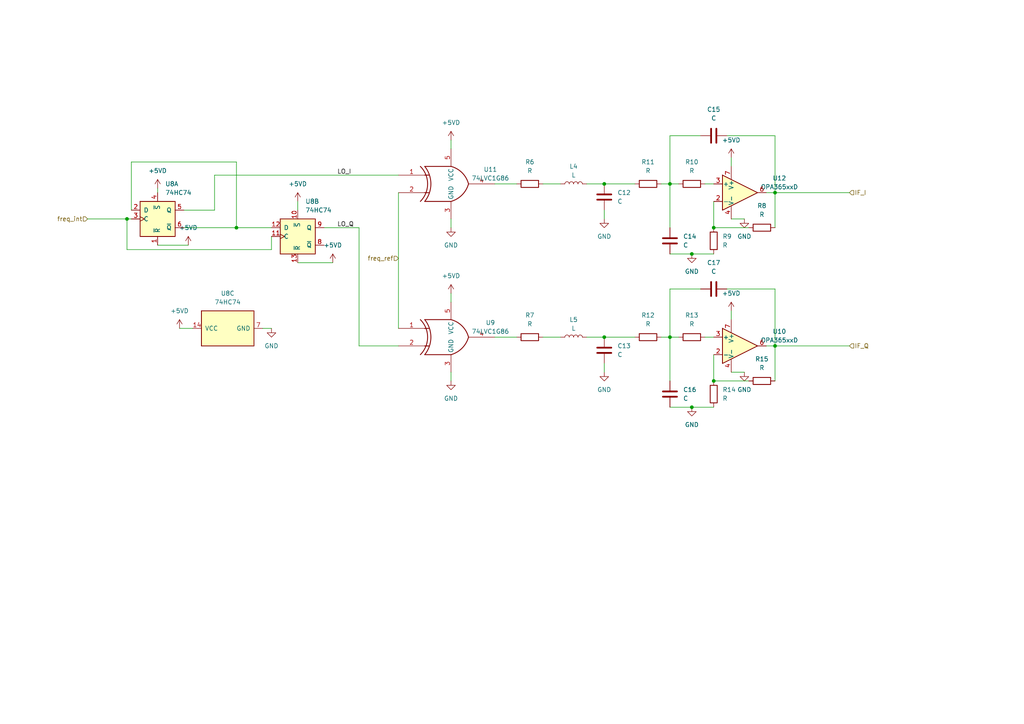
<source format=kicad_sch>
(kicad_sch (version 20230121) (generator eeschema)
  (paper "A4")
  (lib_symbols
    (symbol "74xGxx:74LVC1G86"
      (property "Reference" "U" (at -5.08 7.62 0))
      (property "Value" "74LVC1G86" (at 7.62 -7.62 0))
      (symbol "74LVC1G86_0_1"
        (arc (start -8.89 -5.08) (mid -6.7858 0) (end -8.89 5.08) (stroke (width 0.254)))
        (arc (start -7.62 -5.08) (mid -5.838 0) (end -7.62 5.08) (stroke (width 0.254)))
        (arc (start 0 -5.08) (mid 3.1986 -3.2054) (end 5.08 0) (stroke (width 0.254)))
        (polyline (pts (xy -7.62 -2.54) (xy -6.35 -2.54)) (stroke (width 0.254)) (fill (type background)))
        (polyline (pts (xy -7.62 2.54) (xy -6.35 2.54)) (stroke (width 0.254)) (fill (type background)))
        (polyline (pts (xy 0 -5.08) (xy -7.62 -5.08)) (stroke (width 0.254)) (fill (type background)))
        (polyline (pts (xy 0 5.08) (xy -7.62 5.08)) (stroke (width 0.254)) (fill (type background)))
        (arc (start 5.08 0) (mid 3.2238 3.2304) (end 0 5.08) (stroke (width 0.254)))
      )
      (symbol "74LVC1G86_1_1"
        (pin input line (at -15.24 2.54 0) (length 7.62) (name "~") (number "1"))
        (pin input line (at -15.24 -2.54 0) (length 7.62) (name "~") (number "2"))
        (pin power_in line (at 0 -10.16 90) (length 5.08) (name "GND") (number "3"))
        (pin output line (at 12.7 0 180) (length 7.62) (name "~") (number "4"))
        (pin power_in line (at 0 10.16 270) (length 5.08) (name "VCC") (number "5"))
      )
    )
    (symbol "74xx:74HC74" (pin_names (offset 1.016))
      (property "Reference" "U" (at -7.62 8.89 0))
      (property "Value" "74HC74" (at -7.62 -8.89 0))
      (symbol "74HC74_1_0"
        (pin input line (at 0 -7.62 90) (length 2.54) (name "~{R}") (number "1"))
        (pin input line (at -7.62 2.54 0) (length 2.54) (name "D") (number "2"))
        (pin input clock (at -7.62 0 0) (length 2.54) (name "C") (number "3"))
        (pin input line (at 0 7.62 270) (length 2.54) (name "~{S}") (number "4"))
        (pin output line (at 7.62 2.54 180) (length 2.54) (name "Q") (number "5"))
        (pin output line (at 7.62 -2.54 180) (length 2.54) (name "~{Q}") (number "6"))
      )
      (symbol "74HC74_1_1"
        (rectangle (start -5.08 5.08) (end 5.08 -5.08) (stroke (width 0.254)) (fill (type background)))
      )
      (symbol "74HC74_2_0"
        (pin input line (at 0 7.62 270) (length 2.54) (name "~{S}") (number "10"))
        (pin input clock (at -7.62 0 0) (length 2.54) (name "C") (number "11"))
        (pin input line (at -7.62 2.54 0) (length 2.54) (name "D") (number "12"))
        (pin input line (at 0 -7.62 90) (length 2.54) (name "~{R}") (number "13"))
        (pin output line (at 7.62 -2.54 180) (length 2.54) (name "~{Q}") (number "8"))
        (pin output line (at 7.62 2.54 180) (length 2.54) (name "Q") (number "9"))
      )
      (symbol "74HC74_2_1"
        (rectangle (start -5.08 5.08) (end 5.08 -5.08) (stroke (width 0.254)) (fill (type background)))
      )
      (symbol "74HC74_3_0"
        (pin power_in line (at 0 10.16 270) (length 2.54) (name "VCC") (number "14"))
        (pin power_in line (at 0 -10.16 90) (length 2.54) (name "GND") (number "7"))
      )
      (symbol "74HC74_3_1"
        (rectangle (start -5.08 7.62) (end 5.08 -7.62) (stroke (width 0.254)) (fill (type background)))
      )
    )
    (symbol "Amplifier_Operational:OPA365xxD" (pin_names (offset 0.127))
      (property "Reference" "U" (at 0 6.35 0))
      (property "Value" "OPA365xxD" (at 0 3.81 0))
      (symbol "OPA365xxD_0_1"
        (polyline (pts (xy -5.08 5.08) (xy 5.08 0) (xy -5.08 -5.08) (xy -5.08 5.08)) (stroke (width 0.254)) (fill (type background)))
      )
      (symbol "OPA365xxD_1_1"
        (pin no_connect line (at -2.54 2.54 270) (length 2.54) hide (name "NC") (number "1"))
        (pin input line (at -7.62 -2.54 0) (length 2.54) (name "-") (number "2"))
        (pin input line (at -7.62 2.54 0) (length 2.54) (name "+") (number "3"))
        (pin power_in line (at -2.54 -7.62 90) (length 3.81) (name "V-") (number "4"))
        (pin no_connect line (at 0 2.54 270) (length 2.54) hide (name "NC") (number "5"))
        (pin output line (at 7.62 0 180) (length 2.54) (name "~") (number "6"))
        (pin power_in line (at -2.54 7.62 270) (length 3.81) (name "V+") (number "7"))
        (pin no_connect line (at 0 -2.54 90) (length 2.54) hide (name "NC") (number "8"))
      )
    )
    (symbol "Device:C" (pin_numbers hide) (pin_names (offset 0.254))
      (property "Reference" "C" (at 0.635 2.54 0))
      (property "Value" "C" (at 0.635 -2.54 0))
      (symbol "C_0_1"
        (polyline (pts (xy -2.032 -0.762) (xy 2.032 -0.762)) (stroke (width 0.508)))
        (polyline (pts (xy -2.032 0.762) (xy 2.032 0.762)) (stroke (width 0.508)))
      )
      (symbol "C_1_1"
        (pin passive line (at 0 3.81 270) (length 2.794) (name "~") (number "1"))
        (pin passive line (at 0 -3.81 90) (length 2.794) (name "~") (number "2"))
      )
    )
    (symbol "Device:L" (pin_numbers hide) (pin_names (offset 1.016) hide)
      (property "Reference" "L" (at -1.27 0 90))
      (property "Value" "L" (at 1.905 0 90))
      (symbol "L_0_1"
        (arc (start 0 -2.54) (mid 0.6323 -1.905) (end 0 -1.27))
        (arc (start 0 -1.27) (mid 0.6323 -0.635) (end 0 0))
        (arc (start 0 0) (mid 0.6323 0.635) (end 0 1.27))
        (arc (start 0 1.27) (mid 0.6323 1.905) (end 0 2.54))
      )
      (symbol "L_1_1"
        (pin passive line (at 0 3.81 270) (length 1.27) (name "1") (number "1"))
        (pin passive line (at 0 -3.81 90) (length 1.27) (name "2") (number "2"))
      )
    )
    (symbol "Device:R" (pin_numbers hide) (pin_names (offset 0))
      (property "Reference" "R" (at 2.032 0 90))
      (property "Value" "R" (at 0 0 90))
      (symbol "R_0_1"
        (rectangle (start -1.016 -2.54) (end 1.016 2.54) (stroke (width 0.254)))
      )
      (symbol "R_1_1"
        (pin passive line (at 0 3.81 270) (length 1.27) (name "~") (number "1"))
        (pin passive line (at 0 -3.81 90) (length 1.27) (name "~") (number "2"))
      )
    )
    (symbol "power:+5VD" (power) (pin_names (offset 0))
      (property "Value" "+5VD" (at 0 3.556 0))
      (symbol "+5VD_0_1"
        (polyline (pts (xy -0.762 1.27) (xy 0 2.54)))
        (polyline (pts (xy 0 0) (xy 0 2.54)))
        (polyline (pts (xy 0 2.54) (xy 0.762 1.27)))
      )
      (symbol "+5VD_1_1"
        (pin power_in line (at 0 0 90) (length 0) hide (name "+5VD") (number "1"))
      )
    )
    (symbol "power:GND" (power) (pin_names (offset 0))
      (property "Value" "GND" (at 0 -3.81 0))
      (symbol "GND_0_1"
        (polyline (pts (xy 0 0) (xy 0 -1.27) (xy 1.27 -1.27) (xy 0 -2.54) (xy -1.27 -1.27) (xy 0 -1.27)))
      )
      (symbol "GND_1_1"
        (pin power_in line (at 0 0 270) (length 0) hide (name "GND") (number "1"))
      )
    )
  )
  (junction (at 36.83 63.5))
  (junction (at 68.58 66.04))
  (junction (at 224.79 55.88))
  (junction (at 207.01 66.04))
  (junction (at 207.01 110.49))
  (junction (at 175.26 97.79))
  (junction (at 194.31 53.34))
  (junction (at 224.79 100.33))
  (junction (at 194.31 97.79))
  (junction (at 200.66 118.11))
  (junction (at 200.66 73.66))
  (junction (at 175.26 53.34))
  (wire (pts (xy 194.31 53.34) (xy 196.85 53.34)))
  (wire (pts (xy 204.47 53.34) (xy 207.01 53.34)))
  (wire (pts (xy 38.1 46.99) (xy 38.1 60.96)))
  (wire (pts (xy 212.09 63.5) (xy 215.9 63.5)))
  (wire (pts (xy 45.72 54.61) (xy 45.72 55.88)))
  (wire (pts (xy 224.79 110.49) (xy 224.79 100.33)))
  (wire (pts (xy 115.57 55.88) (xy 115.57 95.25)))
  (wire (pts (xy 203.2 83.82) (xy 194.31 83.82)))
  (wire (pts (xy 191.77 53.34) (xy 194.31 53.34)))
  (wire (pts (xy 53.34 66.04) (xy 68.58 66.04)))
  (wire (pts (xy 157.48 53.34) (xy 162.56 53.34)))
  (wire (pts (xy 194.31 118.11) (xy 200.66 118.11)))
  (wire (pts (xy 45.72 71.12) (xy 54.61 71.12)))
  (wire (pts (xy 36.83 63.5) (xy 36.83 72.39)))
  (wire (pts (xy 68.58 46.99) (xy 38.1 46.99)))
  (wire (pts (xy 52.07 95.25) (xy 55.88 95.25)))
  (wire (pts (xy 207.01 66.04) (xy 217.17 66.04)))
  (wire (pts (xy 130.81 63.5) (xy 130.81 66.04)))
  (wire (pts (xy 224.79 55.88) (xy 224.79 39.37)))
  (wire (pts (xy 157.48 97.79) (xy 162.56 97.79)))
  (wire (pts (xy 191.77 97.79) (xy 194.31 97.79)))
  (wire (pts (xy 200.66 118.11) (xy 207.01 118.11)))
  (wire (pts (xy 175.26 53.34) (xy 184.15 53.34)))
  (wire (pts (xy 212.09 45.72) (xy 212.09 48.26)))
  (wire (pts (xy 194.31 53.34) (xy 194.31 66.04)))
  (wire (pts (xy 78.74 72.39) (xy 78.74 68.58)))
  (wire (pts (xy 36.83 63.5) (xy 38.1 63.5)))
  (wire (pts (xy 62.23 50.8) (xy 115.57 50.8)))
  (wire (pts (xy 224.79 100.33) (xy 222.25 100.33)))
  (wire (pts (xy 224.79 100.33) (xy 246.38 100.33)))
  (wire (pts (xy 200.66 73.66) (xy 207.01 73.66)))
  (wire (pts (xy 224.79 83.82) (xy 210.82 83.82)))
  (wire (pts (xy 224.79 100.33) (xy 224.79 83.82)))
  (wire (pts (xy 170.18 97.79) (xy 175.26 97.79)))
  (wire (pts (xy 207.01 102.87) (xy 207.01 110.49)))
  (wire (pts (xy 93.98 66.04) (xy 104.14 66.04)))
  (wire (pts (xy 224.79 55.88) (xy 222.25 55.88)))
  (wire (pts (xy 224.79 55.88) (xy 246.38 55.88)))
  (wire (pts (xy 170.18 53.34) (xy 175.26 53.34)))
  (wire (pts (xy 25.4 63.5) (xy 36.83 63.5)))
  (wire (pts (xy 194.31 73.66) (xy 200.66 73.66)))
  (wire (pts (xy 104.14 100.33) (xy 115.57 100.33)))
  (wire (pts (xy 194.31 83.82) (xy 194.31 97.79)))
  (wire (pts (xy 194.31 97.79) (xy 194.31 110.49)))
  (wire (pts (xy 212.09 90.17) (xy 212.09 92.71)))
  (wire (pts (xy 86.36 58.42) (xy 86.36 60.96)))
  (wire (pts (xy 204.47 97.79) (xy 207.01 97.79)))
  (wire (pts (xy 36.83 72.39) (xy 78.74 72.39)))
  (wire (pts (xy 224.79 66.04) (xy 224.79 55.88)))
  (wire (pts (xy 194.31 39.37) (xy 194.31 53.34)))
  (wire (pts (xy 130.81 107.95) (xy 130.81 110.49)))
  (wire (pts (xy 130.81 40.64) (xy 130.81 43.18)))
  (wire (pts (xy 143.51 53.34) (xy 149.86 53.34)))
  (wire (pts (xy 53.34 60.96) (xy 62.23 60.96)))
  (wire (pts (xy 175.26 105.41) (xy 175.26 107.95)))
  (wire (pts (xy 104.14 66.04) (xy 104.14 100.33)))
  (wire (pts (xy 130.81 85.09) (xy 130.81 87.63)))
  (wire (pts (xy 62.23 60.96) (xy 62.23 50.8)))
  (wire (pts (xy 76.2 95.25) (xy 78.74 95.25)))
  (wire (pts (xy 207.01 110.49) (xy 217.17 110.49)))
  (wire (pts (xy 175.26 60.96) (xy 175.26 63.5)))
  (wire (pts (xy 212.09 107.95) (xy 215.9 107.95)))
  (wire (pts (xy 175.26 97.79) (xy 184.15 97.79)))
  (wire (pts (xy 194.31 97.79) (xy 196.85 97.79)))
  (wire (pts (xy 68.58 66.04) (xy 78.74 66.04)))
  (wire (pts (xy 224.79 39.37) (xy 210.82 39.37)))
  (wire (pts (xy 207.01 58.42) (xy 207.01 66.04)))
  (wire (pts (xy 86.36 76.2) (xy 96.52 76.2)))
  (wire (pts (xy 143.51 97.79) (xy 149.86 97.79)))
  (wire (pts (xy 203.2 39.37) (xy 194.31 39.37)))
  (wire (pts (xy 68.58 66.04) (xy 68.58 46.99)))
  (label "LO_Q" (at 97.79 66.04 0))
  (label "LO_I" (at 97.79 50.8 0))
  (hierarchical_label "freq_ref" (shape input) (at 115.57 74.93 180))
  (hierarchical_label "IF_Q" (shape input) (at 246.38 100.33 0))
  (hierarchical_label "freq_int" (shape input) (at 25.4 63.5 180))
  (hierarchical_label "IF_I" (shape input) (at 246.38 55.88 0))
  (symbol (lib_id "Device:R") (at 220.98 66.04 90) (unit 1)
    (property "Reference" "R8" (at 220.98 59.69 90))
    (property "Value" "R" (at 220.98 62.23 90))
  )
  (symbol (lib_id "Device:C") (at 194.31 69.85 0) (unit 1)
    (property "Reference" "C14" (at 198.12 68.58 0) (effects (justify left)))
    (property "Value" "C" (at 198.12 71.12 0) (effects (justify left)))
  )
  (symbol (lib_id "power:GND") (at 175.26 107.95 0) (unit 1)
    (property "Reference" "#PWR022" (effects hide))
    (property "Value" "GND" (at 175.26 113.03 0))
  )
  (symbol (lib_id "power:+5VD") (at 212.09 90.17 0) (unit 1)
    (property "Reference" "#PWR028" (effects hide))
    (property "Value" "+5VD" (at 212.09 85.09 0))
  )
  (symbol (lib_id "power:+5VD") (at 54.61 71.12 0) (unit 1)
    (property "Reference" "#PWR013" (effects hide))
    (property "Value" "+5VD" (at 54.61 66.04 0))
  )
  (symbol (lib_id "74xGxx:74LVC1G86") (at 130.81 53.34 0) (unit 1)
    (property "Reference" "U11" (at 142.24 49.1491 0))
    (property "Value" "74LVC1G86" (at 142.24 51.6891 0))
    (property "Datasheet" "http://www.ti.com/lit/sg/scyt129e/scyt129e.pdf" (effects hide))
  )
  (symbol (lib_id "74xx:74HC74") (at 86.36 68.58 0) (unit 2)
    (property "Reference" "U8" (at 88.5541 58.42 0) (effects (justify left)))
    (property "Value" "74HC74" (at 88.5541 60.96 0) (effects (justify left)))
    (property "Datasheet" "74xx/74hc_hct74.pdf" (effects hide))
  )
  (symbol (lib_id "power:+5VD") (at 52.07 95.25 0) (unit 1)
    (property "Reference" "#PWR016" (effects hide))
    (property "Value" "+5VD" (at 52.07 90.17 0))
  )
  (symbol (lib_id "74xx:74HC74") (at 66.04 95.25 90) (unit 3)
    (property "Reference" "U8" (at 66.04 85.09 90))
    (property "Value" "74HC74" (at 66.04 87.63 90))
    (property "Datasheet" "74xx/74hc_hct74.pdf" (effects hide))
  )
  (symbol (lib_id "Device:R") (at 200.66 53.34 90) (unit 1)
    (property "Reference" "R10" (at 200.66 46.99 90))
    (property "Value" "R" (at 200.66 49.53 90))
  )
  (symbol (lib_id "74xGxx:74LVC1G86") (at 130.81 97.79 0) (unit 1)
    (property "Reference" "U9" (at 142.24 93.5991 0))
    (property "Value" "74LVC1G86" (at 142.24 96.1391 0))
    (property "Datasheet" "http://www.ti.com/lit/sg/scyt129e/scyt129e.pdf" (effects hide))
  )
  (symbol (lib_id "Device:R") (at 153.67 53.34 90) (unit 1)
    (property "Reference" "R6" (at 153.67 46.99 90))
    (property "Value" "R" (at 153.67 49.53 90))
  )
  (symbol (lib_id "power:GND") (at 200.66 73.66 0) (unit 1)
    (property "Reference" "#PWR024" (effects hide))
    (property "Value" "GND" (at 200.66 78.74 0))
  )
  (symbol (lib_id "74xx:74HC74") (at 45.72 63.5 0) (unit 1)
    (property "Reference" "U8" (at 47.9141 53.34 0) (effects (justify left)))
    (property "Value" "74HC74" (at 47.9141 55.88 0) (effects (justify left)))
    (property "Datasheet" "74xx/74hc_hct74.pdf" (effects hide))
  )
  (symbol (lib_id "power:GND") (at 215.9 107.95 0) (unit 1)
    (property "Reference" "#PWR029" (effects hide))
    (property "Value" "GND" (at 215.9 113.03 0))
  )
  (symbol (lib_id "Amplifier_Operational:OPA365xxD") (at 214.63 100.33 0) (unit 1)
    (property "Reference" "U10" (at 226.06 96.1391 0))
    (property "Value" "OPA365xxD" (at 226.06 98.6791 0))
    (property "Footprint" "Package_SO:SOIC-8_3.9x4.9mm_P1.27mm" (effects hide))
    (property "Datasheet" "http://www.ti.com/lit/ds/symlink/opa365.pdf" (effects hide))
  )
  (symbol (lib_id "power:GND") (at 130.81 110.49 0) (unit 1)
    (property "Reference" "#PWR021" (effects hide))
    (property "Value" "GND" (at 130.81 115.57 0))
  )
  (symbol (lib_id "Device:L") (at 166.37 97.79 90) (unit 1)
    (property "Reference" "L5" (at 166.37 92.71 90))
    (property "Value" "L" (at 166.37 95.25 90))
  )
  (symbol (lib_id "power:+5VD") (at 96.52 76.2 0) (unit 1)
    (property "Reference" "#PWR015" (effects hide))
    (property "Value" "+5VD" (at 96.52 71.12 0))
  )
  (symbol (lib_id "power:+5VD") (at 130.81 85.09 0) (unit 1)
    (property "Reference" "#PWR020" (effects hide))
    (property "Value" "+5VD" (at 130.81 80.01 0))
  )
  (symbol (lib_id "Device:R") (at 153.67 97.79 90) (unit 1)
    (property "Reference" "R7" (at 153.67 91.44 90))
    (property "Value" "R" (at 153.67 93.98 90))
  )
  (symbol (lib_id "Device:C") (at 175.26 101.6 0) (unit 1)
    (property "Reference" "C13" (at 179.07 100.33 0) (effects (justify left)))
    (property "Value" "C" (at 179.07 102.87 0) (effects (justify left)))
  )
  (symbol (lib_id "power:GND") (at 175.26 63.5 0) (unit 1)
    (property "Reference" "#PWR023" (effects hide))
    (property "Value" "GND" (at 175.26 68.58 0))
  )
  (symbol (lib_id "Device:R") (at 187.96 53.34 90) (unit 1)
    (property "Reference" "R11" (at 187.96 46.99 90))
    (property "Value" "R" (at 187.96 49.53 90))
  )
  (symbol (lib_id "power:GND") (at 200.66 118.11 0) (unit 1)
    (property "Reference" "#PWR027" (effects hide))
    (property "Value" "GND" (at 200.66 123.19 0))
  )
  (symbol (lib_id "Amplifier_Operational:OPA365xxD") (at 214.63 55.88 0) (unit 1)
    (property "Reference" "U12" (at 226.06 51.6891 0))
    (property "Value" "OPA365xxD" (at 226.06 54.2291 0))
    (property "Footprint" "Package_SO:SOIC-8_3.9x4.9mm_P1.27mm" (effects hide))
    (property "Datasheet" "http://www.ti.com/lit/ds/symlink/opa365.pdf" (effects hide))
  )
  (symbol (lib_id "power:+5VD") (at 130.81 40.64 0) (unit 1)
    (property "Reference" "#PWR018" (effects hide))
    (property "Value" "+5VD" (at 130.81 35.56 0))
  )
  (symbol (lib_id "power:GND") (at 130.81 66.04 0) (unit 1)
    (property "Reference" "#PWR019" (effects hide))
    (property "Value" "GND" (at 130.81 71.12 0))
  )
  (symbol (lib_id "Device:C") (at 175.26 57.15 0) (unit 1)
    (property "Reference" "C12" (at 179.07 55.88 0) (effects (justify left)))
    (property "Value" "C" (at 179.07 58.42 0) (effects (justify left)))
  )
  (symbol (lib_id "Device:R") (at 207.01 69.85 180) (unit 1)
    (property "Reference" "R9" (at 209.55 68.58 0) (effects (justify right)))
    (property "Value" "R" (at 209.55 71.12 0) (effects (justify right)))
  )
  (symbol (lib_id "power:+5VD") (at 212.09 45.72 0) (unit 1)
    (property "Reference" "#PWR025" (effects hide))
    (property "Value" "+5VD" (at 212.09 40.64 0))
  )
  (symbol (lib_id "Device:R") (at 220.98 110.49 90) (unit 1)
    (property "Reference" "R15" (at 220.98 104.14 90))
    (property "Value" "R" (at 220.98 106.68 90))
  )
  (symbol (lib_id "power:+5VD") (at 86.36 58.42 0) (unit 1)
    (property "Reference" "#PWR014" (effects hide))
    (property "Value" "+5VD" (at 86.36 53.34 0))
  )
  (symbol (lib_id "Device:C") (at 207.01 83.82 90) (unit 1)
    (property "Reference" "C17" (at 207.01 76.2 90))
    (property "Value" "C" (at 207.01 78.74 90))
  )
  (symbol (lib_id "Device:R") (at 200.66 97.79 90) (unit 1)
    (property "Reference" "R13" (at 200.66 91.44 90))
    (property "Value" "R" (at 200.66 93.98 90))
  )
  (symbol (lib_id "power:GND") (at 78.74 95.25 0) (unit 1)
    (property "Reference" "#PWR017" (effects hide))
    (property "Value" "GND" (at 78.74 100.33 0))
  )
  (symbol (lib_id "Device:C") (at 207.01 39.37 90) (unit 1)
    (property "Reference" "C15" (at 207.01 31.75 90))
    (property "Value" "C" (at 207.01 34.29 90))
  )
  (symbol (lib_id "Device:R") (at 207.01 114.3 180) (unit 1)
    (property "Reference" "R14" (at 209.55 113.03 0) (effects (justify right)))
    (property "Value" "R" (at 209.55 115.57 0) (effects (justify right)))
  )
  (symbol (lib_id "Device:C") (at 194.31 114.3 0) (unit 1)
    (property "Reference" "C16" (at 198.12 113.03 0) (effects (justify left)))
    (property "Value" "C" (at 198.12 115.57 0) (effects (justify left)))
  )
  (symbol (lib_id "power:+5VD") (at 45.72 54.61 0) (unit 1)
    (property "Reference" "#PWR012" (effects hide))
    (property "Value" "+5VD" (at 45.72 49.53 0))
  )
  (symbol (lib_id "Device:R") (at 187.96 97.79 90) (unit 1)
    (property "Reference" "R12" (at 187.96 91.44 90))
    (property "Value" "R" (at 187.96 93.98 90))
  )
  (symbol (lib_id "Device:L") (at 166.37 53.34 90) (unit 1)
    (property "Reference" "L4" (at 166.37 48.26 90))
    (property "Value" "L" (at 166.37 50.8 90))
  )
  (symbol (lib_id "power:GND") (at 215.9 63.5 0) (unit 1)
    (property "Reference" "#PWR026" (effects hide))
    (property "Value" "GND" (at 215.9 68.58 0))
  )
)
</source>
